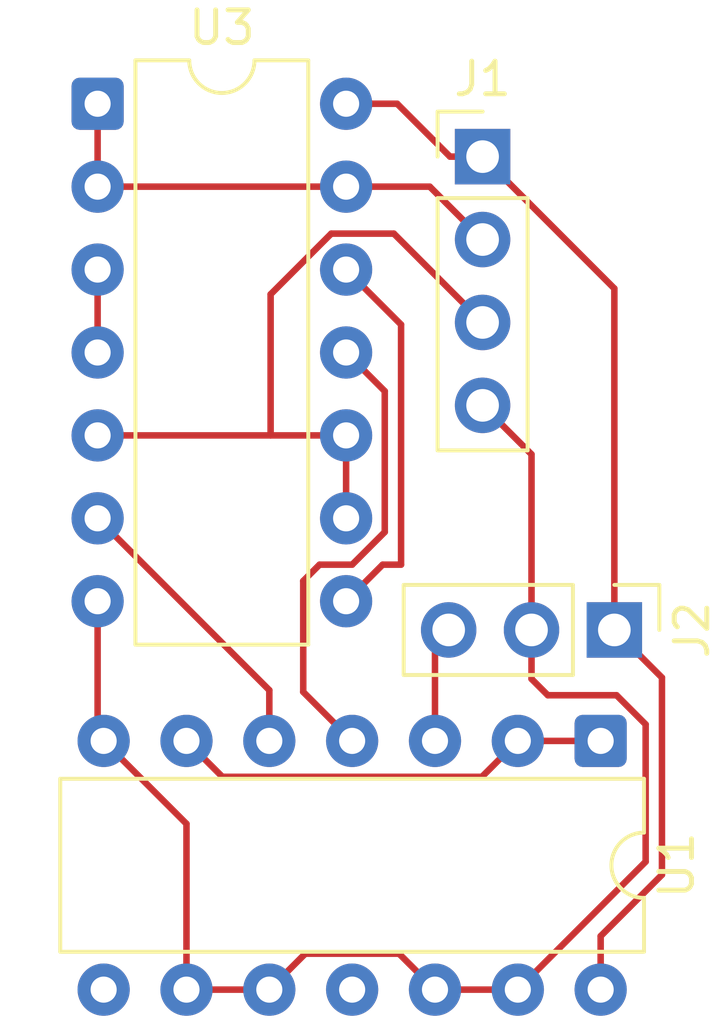
<source format=kicad_pcb>
(kicad_pcb (version 20241229) (generator "pcbnew") (generator_version "9.0")
  (layers (0 "F.Cu" signal) (2 "B.Cu" signal) (13 "F.Paste" user) (15 "B.Paste" user) (5 "F.SilkS" user "F.Silkscreen") (7 "B.SilkS" user "B.Silkscreen") (1 "F.Mask" user) (3 "B.Mask" user) (25 "Edge.Cuts" user))
  (net 0 "")
  (net 1 "VCC")
  (net 2 "GND")
  (net 3 "Net-(J1-Pin_3)")
  (net 4 "Net-(J1-Pin_2)")
  (net 7 "Net-(U1-Pad1)")
  (net 8 "Net-(J2-Pin_3)")
  (net 9 "Net-(U3-Pad3)")
  (net 10 "Net-(U1-Pad5)")
  (net 11 "Net-(U1-Pad4)")
  (net 12 "Net-(U3-Pad12)")
  (footprint "Package_DIP:DIP-14_W7.62mm" (layer "F.Cu") (at 14.315 14.88)
    (property "Reference" "U3" (at 3.81 -2.33 0) (layer "F.SilkS"))
    (property "Value" "7400")
    (fp_line (start 1.16 -1.33) (end 1.16 16.57) (stroke (width 0.12)) (layer "F.SilkS"))
    (fp_line (start 1.16 16.57) (end 6.46 16.57) (stroke (width 0.12)) (layer "F.SilkS"))
    (fp_line (start 2.81 -1.33) (end 1.16 -1.33) (stroke (width 0.12)) (layer "F.SilkS"))
    (fp_line (start 6.46 -1.33) (end 4.81 -1.33) (stroke (width 0.12)) (layer "F.SilkS"))
    (fp_line (start 6.46 16.57) (end 6.46 -1.33) (stroke (width 0.12)) (layer "F.SilkS"))
    (fp_arc (start 4.81 -1.33) (mid 3.81 -0.33) (end 2.81 -1.33) (stroke (width 0.12)) (layer "F.SilkS"))
    (pad "1" thru_hole roundrect (at 0 0) (size 1.6 1.6) (drill 0.8) (layers "*.Cu" "*.Mask") (roundrect_rratio 0.15625) (net 4 "Net-(J1-Pin_2)"))
    (pad "2" thru_hole circle (at 0 2.54) (size 1.6 1.6) (drill 0.8) (layers "*.Cu" "*.Mask") (net 4 "Net-(J1-Pin_2)"))
    (pad "3" thru_hole circle (at 0 5.08) (size 1.6 1.6) (drill 0.8) (layers "*.Cu" "*.Mask") (net 9 "Net-(U3-Pad3)"))
    (pad "4" thru_hole circle (at 0 7.62) (size 1.6 1.6) (drill 0.8) (layers "*.Cu" "*.Mask") (net 9 "Net-(U3-Pad3)"))
    (pad "5" thru_hole circle (at 0 10.16) (size 1.6 1.6) (drill 0.8) (layers "*.Cu" "*.Mask") (net 3 "Net-(J1-Pin_3)"))
    (pad "6" thru_hole circle (at 0 12.7) (size 1.6 1.6) (drill 0.8) (layers "*.Cu" "*.Mask") (net 10 "Net-(U1-Pad5)"))
    (pad "7" thru_hole circle (at 0 15.24) (size 1.6 1.6) (drill 0.8) (layers "*.Cu" "*.Mask") (net 2 "GND"))
    (pad "8" thru_hole circle (at 7.62 15.24) (size 1.6 1.6) (drill 0.8) (layers "*.Cu" "*.Mask") (net 12 "Net-(U3-Pad12)"))
    (pad "9" thru_hole circle (at 7.62 12.7) (size 1.6 1.6) (drill 0.8) (layers "*.Cu" "*.Mask") (net 3 "Net-(J1-Pin_3)"))
    (pad "10" thru_hole circle (at 7.62 10.16) (size 1.6 1.6) (drill 0.8) (layers "*.Cu" "*.Mask") (net 3 "Net-(J1-Pin_3)"))
    (pad "11" thru_hole circle (at 7.62 7.62) (size 1.6 1.6) (drill 0.8) (layers "*.Cu" "*.Mask") (net 11 "Net-(U1-Pad4)"))
    (pad "12" thru_hole circle (at 7.62 5.08) (size 1.6 1.6) (drill 0.8) (layers "*.Cu" "*.Mask") (net 12 "Net-(U3-Pad12)"))
    (pad "13" thru_hole circle (at 7.62 2.54) (size 1.6 1.6) (drill 0.8) (layers "*.Cu" "*.Mask") (net 4 "Net-(J1-Pin_2)"))
    (pad "14" thru_hole circle (at 7.62 0) (size 1.6 1.6) (drill 0.8) (layers "*.Cu" "*.Mask") (net 1 "VCC"))
  )
  (footprint "Package_DIP:DIP-14_W7.62mm" (layer "F.Cu") (at 29.74 34.399 -90)
    (property "Reference" "U1" (at 3.81 -2.33 90) (layer "F.SilkS"))
    (property "Value" "7400")
    (fp_line (start 1.16 16.57) (end 6.46 16.57) (stroke (width 0.12)) (layer "F.SilkS"))
    (fp_line (start 6.46 16.57) (end 6.46 -1.33) (stroke (width 0.12)) (layer "F.SilkS"))
    (fp_line (start 1.16 -1.33) (end 1.16 16.57) (stroke (width 0.12)) (layer "F.SilkS"))
    (fp_line (start 2.81 -1.33) (end 1.16 -1.33) (stroke (width 0.12)) (layer "F.SilkS"))
    (fp_line (start 6.46 -1.33) (end 4.81 -1.33) (stroke (width 0.12)) (layer "F.SilkS"))
    (fp_arc (start 4.81 -1.33) (mid 3.81 -0.33) (end 2.81 -1.33) (stroke (width 0.12)) (layer "F.SilkS"))
    (pad "1" thru_hole roundrect (at 0 0 270) (size 1.6 1.6) (drill 0.8) (layers "*.Cu" "*.Mask") (roundrect_rratio 0.15625) (net 7 "Net-(U1-Pad1)"))
    (pad "2" thru_hole circle (at 0 2.54 270) (size 1.6 1.6) (drill 0.8) (layers "*.Cu" "*.Mask") (net 7 "Net-(U1-Pad1)"))
    (pad "3" thru_hole circle (at 0 5.08 270) (size 1.6 1.6) (drill 0.8) (layers "*.Cu" "*.Mask") (net 8 "Net-(J2-Pin_3)"))
    (pad "4" thru_hole circle (at 0 7.62 270) (size 1.6 1.6) (drill 0.8) (layers "*.Cu" "*.Mask") (net 11 "Net-(U1-Pad4)"))
    (pad "5" thru_hole circle (at 0 10.16 270) (size 1.6 1.6) (drill 0.8) (layers "*.Cu" "*.Mask") (net 10 "Net-(U1-Pad5)"))
    (pad "6" thru_hole circle (at 0 12.7 270) (size 1.6 1.6) (drill 0.8) (layers "*.Cu" "*.Mask") (net 7 "Net-(U1-Pad1)"))
    (pad "7" thru_hole circle (at 0 15.24 270) (size 1.6 1.6) (drill 0.8) (layers "*.Cu" "*.Mask") (net 2 "GND"))
    (pad "8" thru_hole circle (at 7.62 15.24 270) (size 1.6 1.6) (drill 0.8) (layers "*.Cu" "*.Mask"))
    (pad "9" thru_hole circle (at 7.62 12.7 270) (size 1.6 1.6) (drill 0.8) (layers "*.Cu" "*.Mask") (net 2 "GND"))
    (pad "10" thru_hole circle (at 7.62 10.16 270) (size 1.6 1.6) (drill 0.8) (layers "*.Cu" "*.Mask") (net 2 "GND"))
    (pad "11" thru_hole circle (at 7.62 7.62 270) (size 1.6 1.6) (drill 0.8) (layers "*.Cu" "*.Mask"))
    (pad "12" thru_hole circle (at 7.62 5.08 270) (size 1.6 1.6) (drill 0.8) (layers "*.Cu" "*.Mask") (net 2 "GND"))
    (pad "13" thru_hole circle (at 7.62 2.54 270) (size 1.6 1.6) (drill 0.8) (layers "*.Cu" "*.Mask") (net 2 "GND"))
    (pad "14" thru_hole circle (at 7.62 0 270) (size 1.6 1.6) (drill 0.8) (layers "*.Cu" "*.Mask") (net 1 "VCC"))
  )
  (footprint "Connector_PinHeader_2.54mm:PinHeader_1x03_P2.54mm_Vertical" (layer "F.Cu") (at 30.16 31 -90)
    (property "Reference" "J2" (at 0 -2.38 90) (layer "F.SilkS"))
    (property "Value" "Conn_01x03_Pin")
    (fp_line (start -1.38 6.46) (end 1.38 6.46) (stroke (width 0.12)) (layer "F.SilkS"))
    (fp_line (start -1.38 1.27) (end -1.38 6.46) (stroke (width 0.12)) (layer "F.SilkS"))
    (fp_line (start -1.38 1.27) (end 1.38 1.27) (stroke (width 0.12)) (layer "F.SilkS"))
    (fp_line (start 1.38 1.27) (end 1.38 6.46) (stroke (width 0.12)) (layer "F.SilkS"))
    (fp_line (start -1.38 0) (end -1.38 -1.38) (stroke (width 0.12)) (layer "F.SilkS"))
    (fp_line (start -1.38 -1.38) (end 0 -1.38) (stroke (width 0.12)) (layer "F.SilkS"))
    (pad "1" thru_hole rect (at 0 0 270) (size 1.7 1.7) (drill 1) (layers "*.Cu" "*.Mask") (net 1 "VCC"))
    (pad "2" thru_hole circle (at 0 2.54 270) (size 1.7 1.7) (drill 1) (layers "*.Cu" "*.Mask") (net 2 "GND"))
    (pad "3" thru_hole circle (at 0 5.08 270) (size 1.7 1.7) (drill 1) (layers "*.Cu" "*.Mask") (net 8 "Net-(J2-Pin_3)"))
  )
  (footprint "Connector_PinHeader_2.54mm:PinHeader_1x04_P2.54mm_Vertical" (layer "F.Cu") (at 26.12 16.5)
    (property "Reference" "J1" (at 0 -2.38 0) (layer "F.SilkS"))
    (property "Value" "Conn_01x04_Pin")
    (fp_line (start -1.38 -1.38) (end 0 -1.38) (stroke (width 0.12)) (layer "F.SilkS"))
    (fp_line (start -1.38 0) (end -1.38 -1.38) (stroke (width 0.12)) (layer "F.SilkS"))
    (fp_line (start -1.38 1.27) (end -1.38 9) (stroke (width 0.12)) (layer "F.SilkS"))
    (fp_line (start -1.38 1.27) (end 1.38 1.27) (stroke (width 0.12)) (layer "F.SilkS"))
    (fp_line (start -1.38 9) (end 1.38 9) (stroke (width 0.12)) (layer "F.SilkS"))
    (fp_line (start 1.38 1.27) (end 1.38 9) (stroke (width 0.12)) (layer "F.SilkS"))
    (pad "1" thru_hole rect (at 0 0) (size 1.7 1.7) (drill 1) (layers "*.Cu" "*.Mask") (net 1 "VCC"))
    (pad "2" thru_hole circle (at 0 2.54) (size 1.7 1.7) (drill 1) (layers "*.Cu" "*.Mask") (net 4 "Net-(J1-Pin_2)"))
    (pad "3" thru_hole circle (at 0 5.08) (size 1.7 1.7) (drill 1) (layers "*.Cu" "*.Mask") (net 3 "Net-(J1-Pin_3)"))
    (pad "4" thru_hole circle (at 0 7.62) (size 1.7 1.7) (drill 1) (layers "*.Cu" "*.Mask") (net 2 "GND"))
  )
  (segment (start 31.62 32.46) (end 30.16 31) (width 0.2) (layer "F.Cu") (net 1))
  (segment (start 25.12 16.5) (end 26.12 16.5) (width 0.2) (layer "F.Cu") (net 1))
  (segment (start 31.62 38.5) (end 31.62 32.46) (width 0.2) (layer "F.Cu") (net 1))
  (segment (start 23.5 14.88) (end 25.12 16.5) (width 0.2) (layer "F.Cu") (net 1))
  (segment (start 29.74 40.38) (end 31.62 38.5) (width 0.2) (layer "F.Cu") (net 1))
  (segment (start 29.74 42.019) (end 29.74 40.38) (width 0.2) (layer "F.Cu") (net 1))
  (segment (start 21.935 14.88) (end 23.5 14.88) (width 0.2) (layer "F.Cu") (net 1))
  (segment (start 30.16 20.54) (end 30.16 31) (width 0.2) (layer "F.Cu") (net 1))
  (segment (start 26.12 16.5) (end 30.16 20.54) (width 0.2) (layer "F.Cu") (net 1))
  (segment (start 17.04 42.019) (end 17.04 36.939) (width 0.2) (layer "F.Cu") (net 2))
  (segment (start 31.12 33.89284) (end 31.12 38.099) (width 0.2) (layer "F.Cu") (net 2))
  (segment (start 27.62 32.5) (end 28.12 33) (width 0.2) (layer "F.Cu") (net 2))
  (segment (start 27.62 31) (end 27.62 32.5) (width 0.2) (layer "F.Cu") (net 2))
  (segment (start 19.58 42.019) (end 20.681 40.918) (width 0.2) (layer "F.Cu") (net 2))
  (segment (start 14.5 34.399) (end 14.5 34.12) (width 0.2) (layer "F.Cu") (net 2))
  (segment (start 14.315 33.935) (end 14.315 30.12) (width 0.2) (layer "F.Cu") (net 2))
  (segment (start 26.12 24.12) (end 27.62 25.62) (width 0.2) (layer "F.Cu") (net 2))
  (segment (start 28.12 33) (end 30.22716 33) (width 0.2) (layer "F.Cu") (net 2))
  (segment (start 23.559 40.918) (end 24.66 42.019) (width 0.2) (layer "F.Cu") (net 2))
  (segment (start 14.5 34.12) (end 14.315 33.935) (width 0.2) (layer "F.Cu") (net 2))
  (segment (start 17.04 36.939) (end 14.5 34.399) (width 0.2) (layer "F.Cu") (net 2))
  (segment (start 27.62 25.62) (end 27.62 31) (width 0.2) (layer "F.Cu") (net 2))
  (segment (start 31.12 38.099) (end 27.2 42.019) (width 0.2) (layer "F.Cu") (net 2))
  (segment (start 27.2 42.019) (end 24.66 42.019) (width 0.2) (layer "F.Cu") (net 2))
  (segment (start 19.58 42.019) (end 17.04 42.019) (width 0.2) (layer "F.Cu") (net 2))
  (segment (start 30.22716 33) (end 31.12 33.89284) (width 0.2) (layer "F.Cu") (net 2))
  (segment (start 20.681 40.918) (end 23.559 40.918) (width 0.2) (layer "F.Cu") (net 2))
  (segment (start 26.12 21.58) (end 23.399 18.859) (width 0.2) (layer "F.Cu") (net 3))
  (segment (start 21.935 25.04) (end 21.935 27.58) (width 0.2) (layer "F.Cu") (net 3))
  (segment (start 14.315 25.04) (end 13.89 25.04) (width 0.2) (layer "F.Cu") (net 3))
  (segment (start 19.62 25.04) (end 14.315 25.04) (width 0.2) (layer "F.Cu") (net 3))
  (segment (start 21.47895 18.859) (end 19.62 20.71795) (width 0.2) (layer "F.Cu") (net 3))
  (segment (start 23.399 18.859) (end 21.47895 18.859) (width 0.2) (layer "F.Cu") (net 3))
  (segment (start 19.62 20.71795) (end 19.62 25.04) (width 0.2) (layer "F.Cu") (net 3))
  (segment (start 21.935 25.04) (end 19.62 25.04) (width 0.2) (layer "F.Cu") (net 3))
  (segment (start 14.315 17.42) (end 14.315 14.88) (width 0.2) (layer "F.Cu") (net 4))
  (segment (start 21.935 17.42) (end 14.315 17.42) (width 0.2) (layer "F.Cu") (net 4))
  (segment (start 26.12 19.04) (end 24.5 17.42) (width 0.2) (layer "F.Cu") (net 4))
  (segment (start 24.5 17.42) (end 21.935 17.42) (width 0.2) (layer "F.Cu") (net 4))
  (segment (start 26.099 35.5) (end 27.2 34.399) (width 0.2) (layer "F.Cu") (net 7))
  (segment (start 17.04 34.399) (end 18.141 35.5) (width 0.2) (layer "F.Cu") (net 7))
  (segment (start 29.74 34.399) (end 27.2 34.399) (width 0.2) (layer "F.Cu") (net 7))
  (segment (start 18.141 35.5) (end 26.099 35.5) (width 0.2) (layer "F.Cu") (net 7))
  (segment (start 24.66 34.399) (end 24.66 31.42) (width 0.2) (layer "F.Cu") (net 8))
  (segment (start 24.66 31.42) (end 25.08 31) (width 0.2) (layer "F.Cu") (net 8))
  (segment (start 14.315 19.96) (end 14.315 22.5) (width 0.2) (layer "F.Cu") (net 9))
  (segment (start 14.27 22.27) (end 14.5 22.5) (width 0.2) (layer "F.Cu") (net 9))
  (segment (start 19.58 34.399) (end 19.58 32.845) (width 0.2) (layer "F.Cu") (net 10))
  (segment (start 19.58 32.845) (end 14.315 27.58) (width 0.2) (layer "F.Cu") (net 10))
  (segment (start 21.935 22.5) (end 23.12 23.685) (width 0.2) (layer "F.Cu") (net 11))
  (segment (start 22.12 34.399) (end 20.62 32.899) (width 0.2) (layer "F.Cu") (net 11))
  (segment (start 20.62 32.899) (end 20.62 29.5) (width 0.2) (layer "F.Cu") (net 11))
  (segment (start 22.12 29) (end 21.12 29) (width 0.2) (layer "F.Cu") (net 11))
  (segment (start 23.12 28) (end 22.12 29) (width 0.2) (layer "F.Cu") (net 11))
  (segment (start 23.12 23.685) (end 23.12 28) (width 0.2) (layer "F.Cu") (net 11))
  (segment (start 20.62 29.5) (end 21.12 29) (width 0.2) (layer "F.Cu") (net 11))
  (segment (start 23.62 21.645) (end 23.62 29) (width 0.2) (layer "F.Cu") (net 12))
  (segment (start 23.055 29) (end 21.935 30.12) (width 0.2) (layer "F.Cu") (net 12))
  (segment (start 21.935 19.96) (end 23.62 21.645) (width 0.2) (layer "F.Cu") (net 12))
  (segment (start 23.62 29) (end 23.055 29) (width 0.2) (layer "F.Cu") (net 12))
)
</source>
